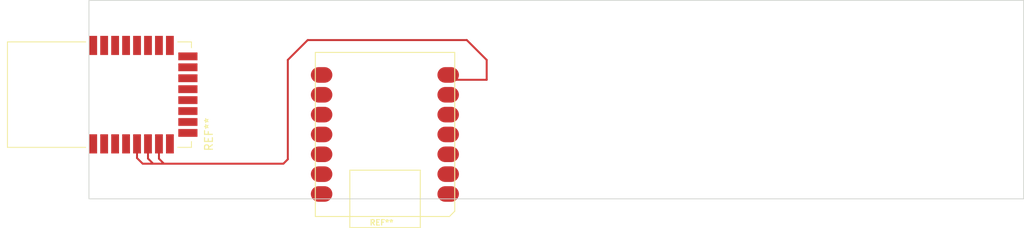
<source format=kicad_pcb>
(kicad_pcb (version 20211014) (generator pcbnew)
  (layers (0 "F.Cu" signal) (31 "B.Cu" signal) (34 "B.Paste" user) (35 "F.Paste" user) (36 "B.SilkS" user "B.Silkscreen") (37 "F.SilkS" user "F.Silkscreen") (38 "B.Mask" user) (39 "F.Mask" user) (44 "Edge.Cuts" user))
  (net 0 "")
  (footprint "RF_Module:DWM1000" (layer "F.Cu") (at 36.9 88.265 90)
    (fp_text reference "REF**" (at -5.08 13.97 90) (layer "F.SilkS"))
    (fp_text value "DWM1000")
    (fp_line (start -6 11.75) (end -6.75 11.75) (layer "F.SilkS") (width 0.12))
    (fp_line (start -6.75 -11.75) (end 6.75 -11.75) (layer "F.SilkS") (width 0.12))
    (fp_line (start 6.75 11.75) (end 6.75 10) (layer "F.SilkS") (width 0.12))
    (fp_line (start -6.75 -11.75) (end -6.75 -1.75) (layer "F.SilkS") (width 0.12))
    (fp_line (start 6 11.75) (end 6.75 11.75) (layer "F.SilkS") (width 0.12))
    (fp_line (start -6.75 11.75) (end -6.75 10) (layer "F.SilkS") (width 0.12))
    (fp_line (start 6.75 -11.75) (end 6.75 -1.75) (layer "F.SilkS") (width 0.12))
    (pad "1" smd rect (at -6.3 -0.7988 180) (size 1 2.45) (layers "F.Cu" "F.Paste" "F.Mask"))
    (pad "2" smd rect (at -6.3 0.6012 180) (size 1 2.45) (layers "F.Cu" "F.Paste" "F.Mask"))
    (pad "3" smd rect (at -6.3 2.0012 180) (size 1 2.45) (layers "F.Cu" "F.Paste" "F.Mask"))
    (pad "4" smd rect (at -6.3 3.4012 180) (size 1 2.45) (layers "F.Cu" "F.Paste" "F.Mask"))
    (pad "5" smd rect (at -6.3 4.8012 180) (size 1 2.45) (layers "F.Cu" "F.Paste" "F.Mask"))
    (pad "6" smd rect (at -6.3 6.2012 180) (size 1 2.45) (layers "F.Cu" "F.Paste" "F.Mask"))
    (pad "7" smd rect (at -6.3 7.6012 180) (size 1 2.45) (layers "F.Cu" "F.Paste" "F.Mask"))
    (pad "8" smd rect (at -6.3 9.0012 180) (size 1 2.45) (layers "F.Cu" "F.Paste" "F.Mask"))
    (pad "9" smd rect (at -4.9 11.2962 90) (size 1 2.45) (layers "F.Cu" "F.Paste" "F.Mask"))
    (pad "10" smd rect (at -3.5 11.2962 90) (size 1 2.45) (layers "F.Cu" "F.Paste" "F.Mask"))
    (pad "11" smd rect (at -2.1 11.2962 90) (size 1 2.45) (layers "F.Cu" "F.Paste" "F.Mask"))
    (pad "12" smd rect (at -0.7 11.2962 90) (size 1 2.45) (layers "F.Cu" "F.Paste" "F.Mask"))
    (pad "13" smd rect (at 0.7 11.2962 90) (size 1 2.45) (layers "F.Cu" "F.Paste" "F.Mask"))
    (pad "14" smd rect (at 2.1 11.2962 90) (size 1 2.45) (layers "F.Cu" "F.Paste" "F.Mask"))
    (pad "15" smd rect (at 3.5 11.2962 90) (size 1 2.45) (layers "F.Cu" "F.Paste" "F.Mask"))
    (pad "16" smd rect (at 4.9 11.2962 90) (size 1 2.45) (layers "F.Cu" "F.Paste" "F.Mask"))
    (pad "17" smd rect (at 6.3 9 180) (size 1 2.45) (layers "F.Cu" "F.Paste" "F.Mask"))
    (pad "18" smd rect (at 6.3 7.6 180) (size 1 2.45) (layers "F.Cu" "F.Paste" "F.Mask"))
    (pad "19" smd rect (at 6.3 6.2012 180) (size 1 2.45) (layers "F.Cu" "F.Paste" "F.Mask"))
    (pad "20" smd rect (at 6.3 4.8012 180) (size 1 2.45) (layers "F.Cu" "F.Paste" "F.Mask"))
    (pad "21" smd rect (at 6.3 3.4012 180) (size 1 2.45) (layers "F.Cu" "F.Paste" "F.Mask"))
    (pad "22" smd rect (at 6.3 2.0012 180) (size 1 2.45) (layers "F.Cu" "F.Paste" "F.Mask"))
    (pad "23" smd rect (at 6.3 0.6012 180) (size 1 2.45) (layers "F.Cu" "F.Paste" "F.Mask"))
    (pad "24" smd rect (at 6.3 -0.7988 180) (size 1 2.45) (layers "F.Cu" "F.Paste" "F.Mask"))
  )
  (footprint "xiao ESP32C3_PCB:MOUDLE14P-SMD-2.54-21X17.8MM" (layer "F.Cu") (at 82.276 82.86075 180)
    (fp_text reference "REF**" (at 9.3345 -21.7805) (layer "F.SilkS") (effects (font (size 0.7 0.7))))
    (fp_text value "MOUDLE14P-SMD-2.54-21X17.8MM")
    (fp_line (start 17.8 -21) (end 0.671541 -21) (layer "F.SilkS") (width 0.127))
    (fp_line (start 4.4 -22.424) (end 13.395 -22.424) (layer "F.SilkS") (width 0.127))
    (fp_line (start 4.396 -15.072) (end 4.396 -22.425) (layer "F.SilkS") (width 0.127))
    (fp_line (start 13.395 -15.072) (end 4.396 -15.072) (layer "F.SilkS") (width 0.127))
    (fp_line (start 13.395 -22.424) (end 13.395 -15.072) (layer "F.SilkS") (width 0.127))
    (fp_line (start 0.671541 -21) (end 0 -20.3285) (layer "F.SilkS") (width 0.127))
    (fp_line (start 0 -20.3285) (end 0 0) (layer "F.SilkS") (width 0.127))
    (fp_line (start 17.8 0) (end 17.8 -21) (layer "F.SilkS") (width 0.127))
    (fp_line (start 0 0) (end 17.8 0) (layer "F.SilkS") (width 0.127))
    (pad "1" smd roundrect locked (at 0.835 -18.12 180) (size 2.75 2) (layers "F.Cu" "F.Paste" "F.Mask") (roundrect_rratio 0.5))
    (pad "2" smd roundrect locked (at 0.835 -15.58 180) (size 2.75 2) (layers "F.Cu" "F.Paste" "F.Mask") (roundrect_rratio 0.5))
    (pad "3" smd roundrect locked (at 0.835 -13.04 180) (size 2.75 2) (layers "F.Cu" "F.Paste" "F.Mask") (roundrect_rratio 0.5))
    (pad "4" smd roundrect locked (at 0.835 -10.5 180) (size 2.75 2) (layers "F.Cu" "F.Paste" "F.Mask") (roundrect_rratio 0.5))
    (pad "5" smd roundrect locked (at 0.835 -7.96 180) (size 2.75 2) (layers "F.Cu" "F.Paste" "F.Mask") (roundrect_rratio 0.5))
    (pad "6" smd roundrect locked (at 0.835 -5.42 180) (size 2.75 2) (layers "F.Cu" "F.Paste" "F.Mask") (roundrect_rratio 0.5))
    (pad "7" smd roundrect locked (at 0.835 -2.88 180) (size 2.75 2) (layers "F.Cu" "F.Paste" "F.Mask") (roundrect_rratio 0.5))
    (pad "8" smd roundrect locked (at 17 -2.88 180) (size 2.75 2) (layers "F.Cu" "F.Paste" "F.Mask") (roundrect_rratio 0.5))
    (pad "9" smd roundrect locked (at 17 -5.42 180) (size 2.75 2) (layers "F.Cu" "F.Paste" "F.Mask") (roundrect_rratio 0.5))
    (pad "10" smd roundrect locked (at 17 -7.96 180) (size 2.75 2) (layers "F.Cu" "F.Paste" "F.Mask") (roundrect_rratio 0.5))
    (pad "11" smd roundrect locked (at 17 -10.5 180) (size 2.75 2) (layers "F.Cu" "F.Paste" "F.Mask") (roundrect_rratio 0.5))
    (pad "12" smd roundrect locked (at 17 -13.04 180) (size 2.75 2) (layers "F.Cu" "F.Paste" "F.Mask") (roundrect_rratio 0.5))
    (pad "13" smd roundrect locked (at 17 -15.58 180) (size 2.75 2) (layers "F.Cu" "F.Paste" "F.Mask") (roundrect_rratio 0.5))
    (pad "14" smd roundrect locked (at 17 -18.12 180) (size 2.75 2) (layers "F.Cu" "F.Paste" "F.Mask") (roundrect_rratio 0.5))
  )
  (gr_poly (pts (xy 154.94 101.6) (xy 35.56 101.6) (xy 35.56 76.2) (xy 154.94 76.2)) (layer "Edge.Cuts") (width 0.1) (fill none))
  (segment (start 44.5012 96.464412) (end 45.138394 97.101606) (width 0.25) (layer "F.Cu") (net 0))
  (segment (start 83.82 81.28) (end 63.5 81.28) (width 0.25) (layer "F.Cu") (net 0))
  (segment (start 63.5 81.28) (end 60.96 83.82) (width 0.25) (layer "F.Cu") (net 0))
  (segment (start 43.761606 97.101606) (end 42.423623 97.101606) (width 0.25) (layer "F.Cu") (net 0))
  (segment (start 81.441 85.74075) (end 82.06025 86.36) (width 0.25) (layer "F.Cu") (net 0))
  (segment (start 60.96 96.535734) (end 60.394128 97.101606) (width 0.25) (layer "F.Cu") (net 0))
  (segment (start 45.138394 97.101606) (end 43.761606 97.101606) (width 0.25) (layer "F.Cu") (net 0))
  (segment (start 41.7012 96.379183) (end 41.7012 94.565) (width 0.25) (layer "F.Cu") (net 0))
  (segment (start 60.96 83.82) (end 60.96 96.535734) (width 0.25) (layer "F.Cu") (net 0))
  (segment (start 43.1012 94.565) (end 43.1012 96.4412) (width 0.25) (layer "F.Cu") (net 0))
  (segment (start 43.1012 96.4412) (end 43.761606 97.101606) (width 0.25) (layer "F.Cu") (net 0))
  (segment (start 42.423623 97.101606) (end 41.7012 96.379183) (width 0.25) (layer "F.Cu") (net 0))
  (segment (start 86.36 83.82) (end 83.82 81.28) (width 0.25) (layer "F.Cu") (net 0))
  (segment (start 81.441 88.28075) (end 81.451285 88.270465) (width 0.25) (layer "F.Cu") (net 0))
  (segment (start 60.394128 97.101606) (end 45.138394 97.101606) (width 0.25) (layer "F.Cu") (net 0))
  (segment (start 86.36 86.36) (end 86.36 83.82) (width 0.25) (layer "F.Cu") (net 0))
  (segment (start 44.5012 94.565) (end 44.5012 96.464412) (width 0.25) (layer "F.Cu") (net 0))
  (segment (start 82.06025 86.36) (end 86.36 86.36) (width 0.25) (layer "F.Cu") (net 0))
)
</source>
